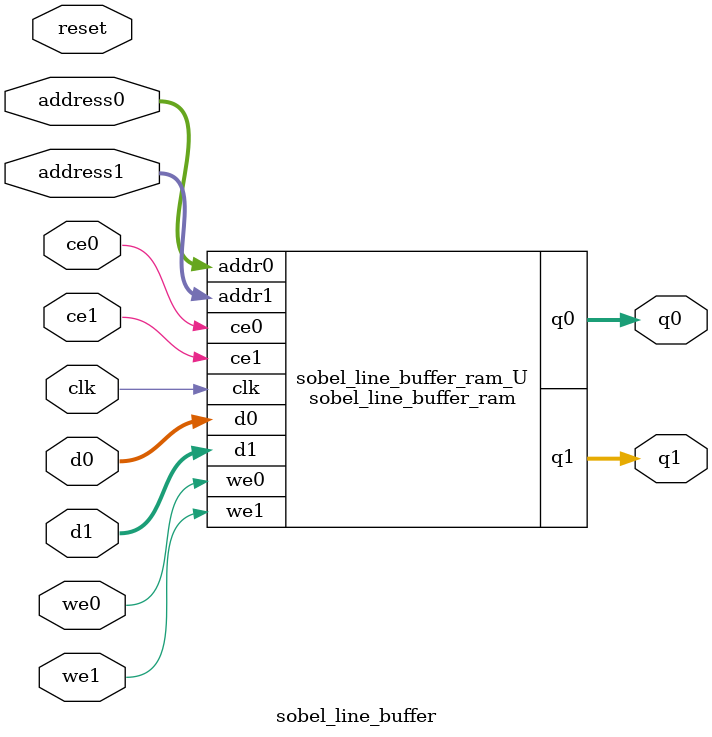
<source format=v>
`timescale 1 ns / 1 ps
module sobel_line_buffer_ram (addr0, ce0, d0, we0, q0, addr1, ce1, d1, we1, q1,  clk);

parameter DWIDTH = 8;
parameter AWIDTH = 10;
parameter MEM_SIZE = 675;

input[AWIDTH-1:0] addr0;
input ce0;
input[DWIDTH-1:0] d0;
input we0;
output reg[DWIDTH-1:0] q0;
input[AWIDTH-1:0] addr1;
input ce1;
input[DWIDTH-1:0] d1;
input we1;
output reg[DWIDTH-1:0] q1;
input clk;

(* ram_style = "block" *)reg [DWIDTH-1:0] ram[0:MEM_SIZE-1];




always @(posedge clk)  
begin 
    if (ce0) 
    begin
        if (we0) 
        begin 
            ram[addr0] <= d0; 
        end 
        q0 <= ram[addr0];
    end
end


always @(posedge clk)  
begin 
    if (ce1) 
    begin
        if (we1) 
        begin 
            ram[addr1] <= d1; 
        end 
        q1 <= ram[addr1];
    end
end


endmodule

`timescale 1 ns / 1 ps
module sobel_line_buffer(
    reset,
    clk,
    address0,
    ce0,
    we0,
    d0,
    q0,
    address1,
    ce1,
    we1,
    d1,
    q1);

parameter DataWidth = 32'd8;
parameter AddressRange = 32'd675;
parameter AddressWidth = 32'd10;
input reset;
input clk;
input[AddressWidth - 1:0] address0;
input ce0;
input we0;
input[DataWidth - 1:0] d0;
output[DataWidth - 1:0] q0;
input[AddressWidth - 1:0] address1;
input ce1;
input we1;
input[DataWidth - 1:0] d1;
output[DataWidth - 1:0] q1;



sobel_line_buffer_ram sobel_line_buffer_ram_U(
    .clk( clk ),
    .addr0( address0 ),
    .ce0( ce0 ),
    .we0( we0 ),
    .d0( d0 ),
    .q0( q0 ),
    .addr1( address1 ),
    .ce1( ce1 ),
    .we1( we1 ),
    .d1( d1 ),
    .q1( q1 ));

endmodule


</source>
